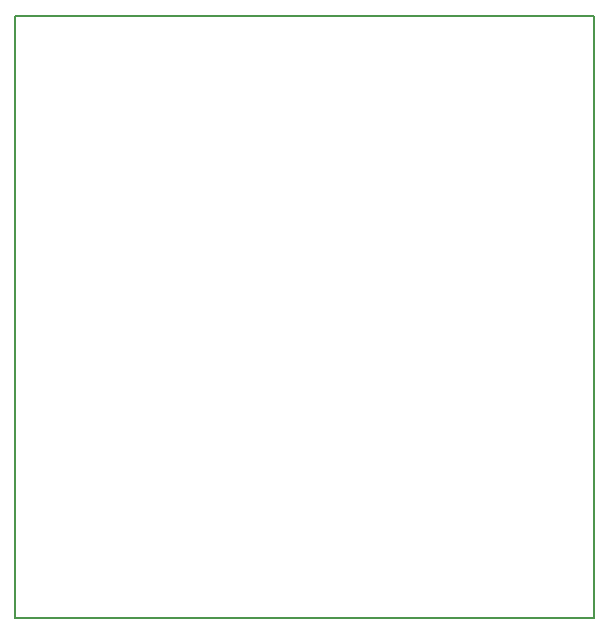
<source format=gbr>
G04 DipTrace 3.0.0.0*
G04 BoardOutline.gbr*
%MOIN*%
G04 #@! TF.FileFunction,Profile*
G04 #@! TF.Part,Single*
%ADD11C,0.005512*%
%FSLAX26Y26*%
G04*
G70*
G90*
G75*
G01*
G04 BoardOutline*
%LPD*%
X393701Y2401575D2*
D11*
X2322835D1*
Y393701D1*
X393701D1*
Y2401575D1*
M02*

</source>
